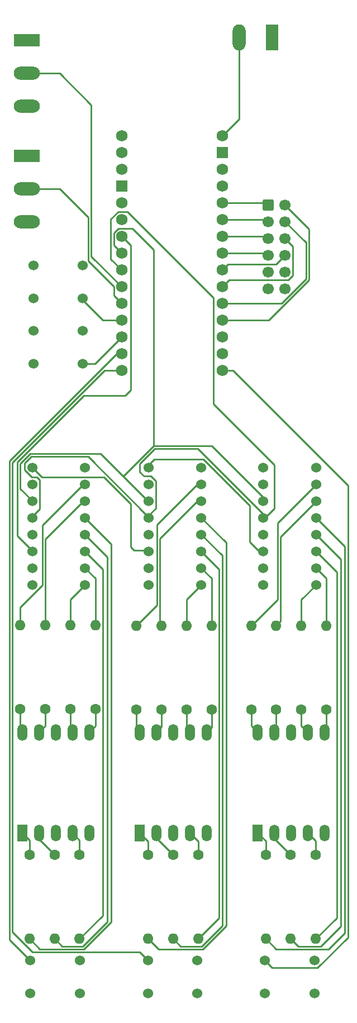
<source format=gtl>
G04 #@! TF.GenerationSoftware,KiCad,Pcbnew,7.0.10-7.0.10~ubuntu22.04.1*
G04 #@! TF.CreationDate,2024-02-26T11:42:44-05:00*
G04 #@! TF.ProjectId,CapController,43617043-6f6e-4747-926f-6c6c65722e6b,rev?*
G04 #@! TF.SameCoordinates,Original*
G04 #@! TF.FileFunction,Copper,L1,Top*
G04 #@! TF.FilePolarity,Positive*
%FSLAX46Y46*%
G04 Gerber Fmt 4.6, Leading zero omitted, Abs format (unit mm)*
G04 Created by KiCad (PCBNEW 7.0.10-7.0.10~ubuntu22.04.1) date 2024-02-26 11:42:44*
%MOMM*%
%LPD*%
G01*
G04 APERTURE LIST*
G04 Aperture macros list*
%AMRoundRect*
0 Rectangle with rounded corners*
0 $1 Rounding radius*
0 $2 $3 $4 $5 $6 $7 $8 $9 X,Y pos of 4 corners*
0 Add a 4 corners polygon primitive as box body*
4,1,4,$2,$3,$4,$5,$6,$7,$8,$9,$2,$3,0*
0 Add four circle primitives for the rounded corners*
1,1,$1+$1,$2,$3*
1,1,$1+$1,$4,$5*
1,1,$1+$1,$6,$7*
1,1,$1+$1,$8,$9*
0 Add four rect primitives between the rounded corners*
20,1,$1+$1,$2,$3,$4,$5,0*
20,1,$1+$1,$4,$5,$6,$7,0*
20,1,$1+$1,$6,$7,$8,$9,0*
20,1,$1+$1,$8,$9,$2,$3,0*%
G04 Aperture macros list end*
G04 #@! TA.AperFunction,ComponentPad*
%ADD10R,3.960000X1.980000*%
G04 #@! TD*
G04 #@! TA.AperFunction,ComponentPad*
%ADD11O,3.960000X1.980000*%
G04 #@! TD*
G04 #@! TA.AperFunction,ComponentPad*
%ADD12C,1.600000*%
G04 #@! TD*
G04 #@! TA.AperFunction,ComponentPad*
%ADD13O,1.600000X1.600000*%
G04 #@! TD*
G04 #@! TA.AperFunction,ComponentPad*
%ADD14R,1.980000X3.960000*%
G04 #@! TD*
G04 #@! TA.AperFunction,ComponentPad*
%ADD15O,1.980000X3.960000*%
G04 #@! TD*
G04 #@! TA.AperFunction,ComponentPad*
%ADD16C,1.524000*%
G04 #@! TD*
G04 #@! TA.AperFunction,ComponentPad*
%ADD17R,1.524000X2.524000*%
G04 #@! TD*
G04 #@! TA.AperFunction,ComponentPad*
%ADD18O,1.524000X2.524000*%
G04 #@! TD*
G04 #@! TA.AperFunction,ComponentPad*
%ADD19C,1.727200*%
G04 #@! TD*
G04 #@! TA.AperFunction,ComponentPad*
%ADD20R,1.727200X1.727200*%
G04 #@! TD*
G04 #@! TA.AperFunction,ComponentPad*
%ADD21RoundRect,0.250000X-0.600000X-0.600000X0.600000X-0.600000X0.600000X0.600000X-0.600000X0.600000X0*%
G04 #@! TD*
G04 #@! TA.AperFunction,ComponentPad*
%ADD22C,1.700000*%
G04 #@! TD*
G04 #@! TA.AperFunction,Conductor*
%ADD23C,0.250000*%
G04 #@! TD*
G04 APERTURE END LIST*
D10*
X104010449Y-43253198D03*
D11*
X104010449Y-48253198D03*
X104010449Y-53253198D03*
D12*
X114400000Y-127100000D03*
D13*
X114400000Y-114400000D03*
D12*
X140200000Y-149200000D03*
D13*
X140200000Y-161900000D03*
D14*
X141140449Y-25273198D03*
D15*
X136140449Y-25273198D03*
D16*
X112490449Y-64883198D03*
X112490449Y-59883198D03*
X104990449Y-59883198D03*
X104990449Y-64883198D03*
D12*
X128200000Y-127150000D03*
D13*
X128200000Y-114450000D03*
D12*
X126200000Y-149200000D03*
D13*
X126200000Y-161900000D03*
D12*
X104400000Y-149200000D03*
D13*
X104400000Y-161900000D03*
D12*
X130000000Y-149200000D03*
D13*
X130000000Y-161900000D03*
D16*
X122360000Y-165200000D03*
X122360000Y-170200000D03*
X129860000Y-170200000D03*
X129860000Y-165200000D03*
D12*
X103000000Y-127100000D03*
D13*
X103000000Y-114400000D03*
D12*
X112000000Y-149200000D03*
D13*
X112000000Y-161900000D03*
D12*
X132000000Y-127150000D03*
D13*
X132000000Y-114450000D03*
D16*
X104540000Y-165200000D03*
X104540000Y-170200000D03*
X112040000Y-170200000D03*
X112040000Y-165200000D03*
D12*
X141800000Y-127150000D03*
D13*
X141800000Y-114450000D03*
D12*
X124400000Y-127150000D03*
D13*
X124400000Y-114450000D03*
D12*
X108200000Y-149200000D03*
D13*
X108200000Y-161900000D03*
D12*
X147800000Y-149200000D03*
D13*
X147800000Y-161900000D03*
D12*
X120600000Y-127150000D03*
D13*
X120600000Y-114450000D03*
D12*
X106800000Y-127100000D03*
D13*
X106800000Y-114400000D03*
D12*
X145600000Y-127150000D03*
D13*
X145600000Y-114450000D03*
D17*
X139000000Y-145840000D03*
D18*
X141540000Y-145840000D03*
X144080000Y-145840000D03*
X146620000Y-145840000D03*
X149160000Y-145840000D03*
X149160000Y-130600000D03*
X146620000Y-130600000D03*
X144080000Y-130600000D03*
X141540000Y-130600000D03*
X139000000Y-130600000D03*
D12*
X138000000Y-127150000D03*
D13*
X138000000Y-114450000D03*
D16*
X112490449Y-74753198D03*
X112490449Y-69753198D03*
X104990449Y-69753198D03*
X104990449Y-74753198D03*
D12*
X122400000Y-149200000D03*
D13*
X122400000Y-161900000D03*
D10*
X104000449Y-25708198D03*
D11*
X104000449Y-30708198D03*
X104000449Y-35708198D03*
D19*
X133600449Y-73223198D03*
X133600449Y-47823198D03*
X133600449Y-68143198D03*
X133600449Y-65603198D03*
X133600449Y-63063198D03*
X133600449Y-60523198D03*
X133600449Y-57983198D03*
X133600449Y-55443198D03*
X133600449Y-52903198D03*
X133600449Y-50363198D03*
X133600449Y-70683198D03*
X118360449Y-42743198D03*
X118360449Y-40203198D03*
X118360449Y-50363198D03*
X118360449Y-52903198D03*
X118360449Y-55443198D03*
X118360449Y-57983198D03*
X118360449Y-60523198D03*
X118360449Y-63063198D03*
X118360449Y-65603198D03*
X118360449Y-68143198D03*
X118360449Y-70683198D03*
X118360449Y-73223198D03*
X118360449Y-75763198D03*
X133600449Y-75763198D03*
D20*
X118360449Y-47823198D03*
X133600449Y-42743198D03*
D19*
X118360449Y-45283198D03*
X133600449Y-45283198D03*
X133600449Y-40203198D03*
D16*
X112840449Y-108263198D03*
X112840449Y-105723198D03*
X112840449Y-103183198D03*
X112840449Y-100643198D03*
X112840449Y-98103198D03*
X112840449Y-95563198D03*
X112840449Y-93023198D03*
X112840449Y-90483198D03*
X104840449Y-90483198D03*
X104840449Y-93023198D03*
X104840449Y-95563198D03*
X104840449Y-98103198D03*
X104840449Y-100643198D03*
X104840449Y-103183198D03*
X104840449Y-105723198D03*
X104840449Y-108263198D03*
D12*
X110600000Y-127100000D03*
D13*
X110600000Y-114400000D03*
D17*
X121070000Y-145840000D03*
D18*
X123610000Y-145840000D03*
X126150000Y-145840000D03*
X128690000Y-145840000D03*
X131230000Y-145840000D03*
X131230000Y-130600000D03*
X128690000Y-130600000D03*
X126150000Y-130600000D03*
X123610000Y-130600000D03*
X121070000Y-130600000D03*
D16*
X130440449Y-108263198D03*
X130440449Y-105723198D03*
X130440449Y-103183198D03*
X130440449Y-100643198D03*
X130440449Y-98103198D03*
X130440449Y-95563198D03*
X130440449Y-93023198D03*
X130440449Y-90483198D03*
X122440449Y-90483198D03*
X122440449Y-93023198D03*
X122440449Y-95563198D03*
X122440449Y-98103198D03*
X122440449Y-100643198D03*
X122440449Y-103183198D03*
X122440449Y-105723198D03*
X122440449Y-108263198D03*
D12*
X144000000Y-149200000D03*
D13*
X144000000Y-161900000D03*
D17*
X103290000Y-145840000D03*
D18*
X105830000Y-145840000D03*
X108370000Y-145840000D03*
X110910000Y-145840000D03*
X113450000Y-145840000D03*
X113450000Y-130600000D03*
X110910000Y-130600000D03*
X108370000Y-130600000D03*
X105830000Y-130600000D03*
X103290000Y-130600000D03*
D16*
X140100000Y-165200000D03*
X140100000Y-170200000D03*
X147600000Y-170200000D03*
X147600000Y-165200000D03*
X147840449Y-108263198D03*
X147840449Y-105723198D03*
X147840449Y-103183198D03*
X147840449Y-100643198D03*
X147840449Y-98103198D03*
X147840449Y-95563198D03*
X147840449Y-93023198D03*
X147840449Y-90483198D03*
X139840449Y-90483198D03*
X139840449Y-93023198D03*
X139840449Y-95563198D03*
X139840449Y-98103198D03*
X139840449Y-100643198D03*
X139840449Y-103183198D03*
X139840449Y-105723198D03*
X139840449Y-108263198D03*
D21*
X140602949Y-50693198D03*
D22*
X143142949Y-50693198D03*
X140602949Y-53233198D03*
X143142949Y-53233198D03*
X140602949Y-55773198D03*
X143142949Y-55773198D03*
X140602949Y-58313198D03*
X143142949Y-58313198D03*
X140602949Y-60853198D03*
X143142949Y-60853198D03*
X140602949Y-63393198D03*
X143142949Y-63393198D03*
D12*
X149400000Y-127150000D03*
D13*
X149400000Y-114450000D03*
D23*
X104400000Y-146950000D02*
X103290000Y-145840000D01*
X104400000Y-149200000D02*
X104400000Y-146950000D01*
X105830000Y-146830000D02*
X105830000Y-145840000D01*
X108200000Y-149200000D02*
X105830000Y-146830000D01*
X112000000Y-146930000D02*
X110910000Y-145840000D01*
X112000000Y-149200000D02*
X112000000Y-146930000D01*
X114400000Y-129650000D02*
X113450000Y-130600000D01*
X114400000Y-127100000D02*
X114400000Y-129650000D01*
X110600000Y-127100000D02*
X110600000Y-130290000D01*
X110600000Y-130290000D02*
X110910000Y-130600000D01*
X106800000Y-127100000D02*
X106800000Y-129630000D01*
X106800000Y-129630000D02*
X105830000Y-130600000D01*
X103000000Y-130310000D02*
X103290000Y-130600000D01*
X103000000Y-127100000D02*
X103000000Y-130310000D01*
X122400000Y-147170000D02*
X121070000Y-145840000D01*
X122400000Y-149200000D02*
X122400000Y-147170000D01*
X126200000Y-149200000D02*
X123610000Y-146610000D01*
X123610000Y-146610000D02*
X123610000Y-145840000D01*
X130000000Y-149200000D02*
X130000000Y-147150000D01*
X130000000Y-147150000D02*
X128690000Y-145840000D01*
X132000000Y-127150000D02*
X132000000Y-129830000D01*
X132000000Y-129830000D02*
X131230000Y-130600000D01*
X131323000Y-130305000D02*
X131480000Y-130148000D01*
X128200000Y-127150000D02*
X128200000Y-130110000D01*
X128200000Y-130110000D02*
X128690000Y-130600000D01*
X124400000Y-129810000D02*
X123610000Y-130600000D01*
X124400000Y-127150000D02*
X124400000Y-129810000D01*
X123703000Y-130305000D02*
X124310000Y-129698000D01*
X120600000Y-130130000D02*
X121070000Y-130600000D01*
X120600000Y-127150000D02*
X120600000Y-130130000D01*
X140200000Y-147040000D02*
X139000000Y-145840000D01*
X140200000Y-149200000D02*
X140200000Y-147040000D01*
X141540000Y-146740000D02*
X141540000Y-145840000D01*
X144000000Y-149200000D02*
X141540000Y-146740000D01*
X147800000Y-147020000D02*
X146620000Y-145840000D01*
X147800000Y-149200000D02*
X147800000Y-147020000D01*
X149400000Y-130360000D02*
X149160000Y-130600000D01*
X149400000Y-127150000D02*
X149400000Y-130360000D01*
X145600000Y-127150000D02*
X145600000Y-129580000D01*
X145600000Y-129580000D02*
X146620000Y-130600000D01*
X141540000Y-130680000D02*
X141937000Y-130283000D01*
X141800000Y-130340000D02*
X141540000Y-130600000D01*
X141800000Y-127150000D02*
X141800000Y-130340000D01*
X138000000Y-129600000D02*
X139000000Y-130600000D01*
X138000000Y-127150000D02*
X138000000Y-129600000D01*
X146750449Y-54300698D02*
X143142949Y-50693198D01*
X140691046Y-68143198D02*
X146750449Y-62083795D01*
X133600449Y-68143198D02*
X140691046Y-68143198D01*
X146750449Y-62083795D02*
X146750449Y-54300698D01*
X134464048Y-59659599D02*
X141796548Y-59659599D01*
X141796548Y-59659599D02*
X143142949Y-58313198D01*
X133600449Y-60523198D02*
X134464048Y-59659599D01*
X133600449Y-57983198D02*
X140272949Y-57983198D01*
X140272949Y-57983198D02*
X140602949Y-58313198D01*
X133600449Y-55443198D02*
X140272949Y-55443198D01*
X140272949Y-55443198D02*
X140602949Y-55773198D01*
X144317949Y-61339899D02*
X144317949Y-56948198D01*
X144317949Y-56948198D02*
X143142949Y-55773198D01*
X133600449Y-63063198D02*
X134635449Y-62028198D01*
X143629650Y-62028198D02*
X144317949Y-61339899D01*
X134635449Y-62028198D02*
X143629650Y-62028198D01*
X119740449Y-78726320D02*
X119740449Y-56823198D01*
X118888571Y-79578198D02*
X119740449Y-78726320D01*
X102540449Y-89680406D02*
X112642657Y-79578198D01*
X102540449Y-100853198D02*
X102540449Y-89680406D01*
X112642657Y-79578198D02*
X118888571Y-79578198D01*
X104730449Y-103043198D02*
X102540449Y-100853198D01*
X119740449Y-56823198D02*
X118360449Y-55443198D01*
X115163449Y-88356198D02*
X104501053Y-88356198D01*
X140230449Y-95423198D02*
X132007251Y-87200000D01*
X117869514Y-54253198D02*
X119990449Y-54253198D01*
X104501053Y-88356198D02*
X102990449Y-89866802D01*
X123200000Y-57462749D02*
X123200000Y-87200000D01*
X118650449Y-91843198D02*
X115163449Y-88356198D01*
X123200000Y-87200000D02*
X118650449Y-91749551D01*
X118650449Y-91749551D02*
X118650449Y-91843198D01*
X102990449Y-89866802D02*
X102990449Y-93683198D01*
X102990449Y-93683198D02*
X104730449Y-95423198D01*
X132007251Y-87200000D02*
X123200000Y-87200000D01*
X119990449Y-54253198D02*
X123200000Y-57462749D01*
X122230449Y-95423198D02*
X118650449Y-91843198D01*
X118360449Y-57983198D02*
X117171849Y-56794598D01*
X117171849Y-56794598D02*
X117171849Y-54950863D01*
X117171849Y-54950863D02*
X117869514Y-54253198D01*
X132240449Y-64753198D02*
X132240449Y-80815947D01*
X141490449Y-96703198D02*
X140230449Y-97963198D01*
X105927449Y-92342947D02*
X105927449Y-96766198D01*
X140230449Y-97963198D02*
X129917251Y-87650000D01*
X105927449Y-96766198D02*
X104730449Y-97963198D01*
X105520700Y-91936198D02*
X105927449Y-92342947D01*
X132240449Y-80815947D02*
X141490449Y-90065947D01*
X104723449Y-91936198D02*
X105520700Y-91936198D01*
X119201849Y-51714598D02*
X132240449Y-64753198D01*
X123527449Y-92540198D02*
X123527449Y-96666198D01*
X118360449Y-60523198D02*
X116721849Y-58884598D01*
X122230449Y-97963198D02*
X122230449Y-97743198D01*
X117868114Y-51714598D02*
X119201849Y-51714598D01*
X123386396Y-87650000D02*
X121143449Y-89892947D01*
X113293449Y-88806198D02*
X104687449Y-88806198D01*
X103643449Y-89850198D02*
X103643449Y-90856198D01*
X116721849Y-52860863D02*
X117868114Y-51714598D01*
X122783449Y-91796198D02*
X123527449Y-92540198D01*
X121143449Y-89892947D02*
X121143449Y-91159449D01*
X103643449Y-90856198D02*
X104723449Y-91936198D01*
X123527449Y-96666198D02*
X122230449Y-97963198D01*
X104687449Y-88806198D02*
X103643449Y-89850198D01*
X129917251Y-87650000D02*
X123386396Y-87650000D01*
X121780198Y-91796198D02*
X122783449Y-91796198D01*
X141490449Y-90065947D02*
X141490449Y-96703198D01*
X122230449Y-97743198D02*
X113293449Y-88806198D01*
X116721849Y-58884598D02*
X116721849Y-52860863D01*
X121143449Y-91159449D02*
X121780198Y-91796198D01*
X113777449Y-58480198D02*
X118360449Y-63063198D01*
X108980449Y-30708198D02*
X113777449Y-35505198D01*
X108980449Y-30708198D02*
X104000449Y-30708198D01*
X113777449Y-35505198D02*
X113777449Y-58480198D01*
X117171849Y-64414598D02*
X118360449Y-65603198D01*
X113327449Y-59182947D02*
X117171849Y-63027347D01*
X108990449Y-48253198D02*
X104010449Y-48253198D01*
X108990449Y-48253198D02*
X113327449Y-52590198D01*
X113327449Y-52590198D02*
X113327449Y-59182947D01*
X117171849Y-63027347D02*
X117171849Y-64414598D01*
X115500449Y-68143198D02*
X112240449Y-64883198D01*
X118360449Y-68143198D02*
X115500449Y-68143198D01*
X112240449Y-74753198D02*
X114290449Y-74753198D01*
X114290449Y-74753198D02*
X118360449Y-70683198D01*
X104540000Y-165200000D02*
X101350000Y-162010000D01*
X117634053Y-73223198D02*
X118360449Y-73223198D01*
X101350000Y-162010000D02*
X101350000Y-89507251D01*
X101350000Y-89507251D02*
X117634053Y-73223198D01*
X104834009Y-163925000D02*
X101800000Y-160890991D01*
X115730449Y-75763198D02*
X118360449Y-75763198D01*
X121085000Y-163925000D02*
X104834009Y-163925000D01*
X122360000Y-165200000D02*
X121085000Y-163925000D01*
X101800000Y-89693647D02*
X115730449Y-75763198D01*
X101800000Y-160890991D02*
X101800000Y-89693647D01*
X135250449Y-75763198D02*
X133600449Y-75763198D01*
X141187000Y-166287000D02*
X148050251Y-166287000D01*
X140100000Y-165200000D02*
X141187000Y-166287000D01*
X152650000Y-161687251D02*
X152650000Y-93162749D01*
X152650000Y-93162749D02*
X135250449Y-75763198D01*
X148050251Y-166287000D02*
X152650000Y-161687251D01*
X136140449Y-37663198D02*
X133600449Y-40203198D01*
X136140449Y-25273198D02*
X136140449Y-37663198D01*
X115673449Y-91936198D02*
X106293449Y-91936198D01*
X119740449Y-102503198D02*
X120280449Y-103043198D01*
X106293449Y-91936198D02*
X104840449Y-90483198D01*
X122230449Y-102763198D02*
X122230449Y-103043198D01*
X119740449Y-96003198D02*
X119740449Y-102503198D01*
X120280449Y-103043198D02*
X122230449Y-103043198D01*
X119740449Y-96003198D02*
X115673449Y-91936198D01*
X137740449Y-96245947D02*
X130750700Y-89256198D01*
X137740449Y-101753198D02*
X137740449Y-96245947D01*
X140230449Y-103043198D02*
X139030449Y-103043198D01*
X130750700Y-89256198D02*
X123317449Y-89256198D01*
X123317449Y-89256198D02*
X122230449Y-90343198D01*
X139030449Y-103043198D02*
X137740449Y-101753198D01*
X140272949Y-50363198D02*
X140602949Y-50693198D01*
X133600449Y-50363198D02*
X140272949Y-50363198D01*
X133600449Y-65603198D02*
X142594650Y-65603198D01*
X142594650Y-65603198D02*
X146300449Y-61897399D01*
X146300449Y-56390698D02*
X143142949Y-53233198D01*
X146300449Y-61897399D02*
X146300449Y-56390698D01*
X140272949Y-52903198D02*
X140602949Y-53233198D01*
X133600449Y-52903198D02*
X140272949Y-52903198D01*
X110600000Y-110503647D02*
X112840449Y-108263198D01*
X110600000Y-114400000D02*
X110600000Y-110503647D01*
X114400000Y-107282749D02*
X112840449Y-105723198D01*
X114400000Y-114400000D02*
X114400000Y-107282749D01*
X112000000Y-161900000D02*
X115525000Y-158375000D01*
X115525000Y-158375000D02*
X115525000Y-105867749D01*
X115525000Y-105867749D02*
X112840449Y-103183198D01*
X112465991Y-163025000D02*
X116200000Y-159290991D01*
X108200000Y-161900000D02*
X109325000Y-163025000D01*
X116200000Y-159290991D02*
X116200000Y-104002749D01*
X109325000Y-163025000D02*
X112465991Y-163025000D01*
X116200000Y-104002749D02*
X112840449Y-100643198D01*
X116800000Y-102062749D02*
X112840449Y-98103198D01*
X104400000Y-161900000D02*
X105975000Y-163475000D01*
X116800000Y-159327387D02*
X116800000Y-102062749D01*
X112652387Y-163475000D02*
X116800000Y-159327387D01*
X105975000Y-163475000D02*
X112652387Y-163475000D01*
X106827449Y-114372551D02*
X106800000Y-114400000D01*
X106827449Y-101346198D02*
X106827449Y-114372551D01*
X106827449Y-101346198D02*
X112840449Y-95333198D01*
X106377449Y-99256198D02*
X112840449Y-92793198D01*
X106377449Y-99256198D02*
X106377449Y-108263449D01*
X106377449Y-108263449D02*
X103000000Y-111640898D01*
X103000000Y-111640898D02*
X103000000Y-114400000D01*
X128200000Y-110503647D02*
X130440449Y-108263198D01*
X128200000Y-114450000D02*
X128200000Y-110503647D01*
X132000000Y-107282749D02*
X130440449Y-105723198D01*
X132000000Y-114450000D02*
X132000000Y-107282749D01*
X133125000Y-105867749D02*
X130440449Y-103183198D01*
X130000000Y-161900000D02*
X133125000Y-158775000D01*
X133125000Y-158775000D02*
X133125000Y-105867749D01*
X126200000Y-161900000D02*
X127325000Y-163025000D01*
X133600000Y-103802749D02*
X130440449Y-100643198D01*
X130465991Y-163025000D02*
X133600000Y-159890991D01*
X127325000Y-163025000D02*
X130465991Y-163025000D01*
X133600000Y-159890991D02*
X133600000Y-103802749D01*
X123975000Y-163475000D02*
X130652387Y-163475000D01*
X122400000Y-161900000D02*
X123975000Y-163475000D01*
X134200000Y-159927387D02*
X134200000Y-101862749D01*
X134200000Y-101862749D02*
X130440449Y-98103198D01*
X130652387Y-163475000D02*
X134200000Y-159927387D01*
X124140449Y-101211198D02*
X130223449Y-95128198D01*
X124400000Y-114450000D02*
X124170449Y-114220449D01*
X124170449Y-114220449D02*
X124170449Y-101241198D01*
X124170449Y-101241198D02*
X124140449Y-101211198D01*
X120600000Y-114450000D02*
X123690449Y-111359551D01*
X123690449Y-99121197D02*
X123705823Y-99105823D01*
X123690449Y-111359551D02*
X123690449Y-99121197D01*
X123690449Y-99121198D02*
X123705823Y-99105823D01*
X123705823Y-99105823D02*
X130223449Y-92588198D01*
X145600000Y-110503647D02*
X147840449Y-108263198D01*
X145600000Y-114450000D02*
X145600000Y-110503647D01*
X149400000Y-114450000D02*
X149400000Y-107282749D01*
X149400000Y-107282749D02*
X147840449Y-105723198D01*
X147800000Y-161900000D02*
X151000000Y-158700000D01*
X151000000Y-158700000D02*
X151000000Y-106342749D01*
X151000000Y-106342749D02*
X147840449Y-103183198D01*
X151600000Y-104402749D02*
X147840449Y-100643198D01*
X151600000Y-160000000D02*
X151600000Y-104402749D01*
X148575000Y-163025000D02*
X151600000Y-160000000D01*
X144000000Y-161900000D02*
X145125000Y-163025000D01*
X145125000Y-163025000D02*
X148575000Y-163025000D01*
X140200000Y-161900000D02*
X141775000Y-163475000D01*
X149725000Y-163475000D02*
X152200000Y-161000000D01*
X141775000Y-163475000D02*
X149725000Y-163475000D01*
X152200000Y-102462749D02*
X147840449Y-98103198D01*
X152200000Y-161000000D02*
X152200000Y-102462749D01*
X142450000Y-100953647D02*
X147840449Y-95563198D01*
X142450000Y-113800000D02*
X142450000Y-100953647D01*
X141800000Y-114450000D02*
X142450000Y-113800000D01*
X142000000Y-110450000D02*
X142000000Y-98863647D01*
X138000000Y-114450000D02*
X142000000Y-110450000D01*
X142000000Y-98863647D02*
X147840449Y-93023198D01*
M02*

</source>
